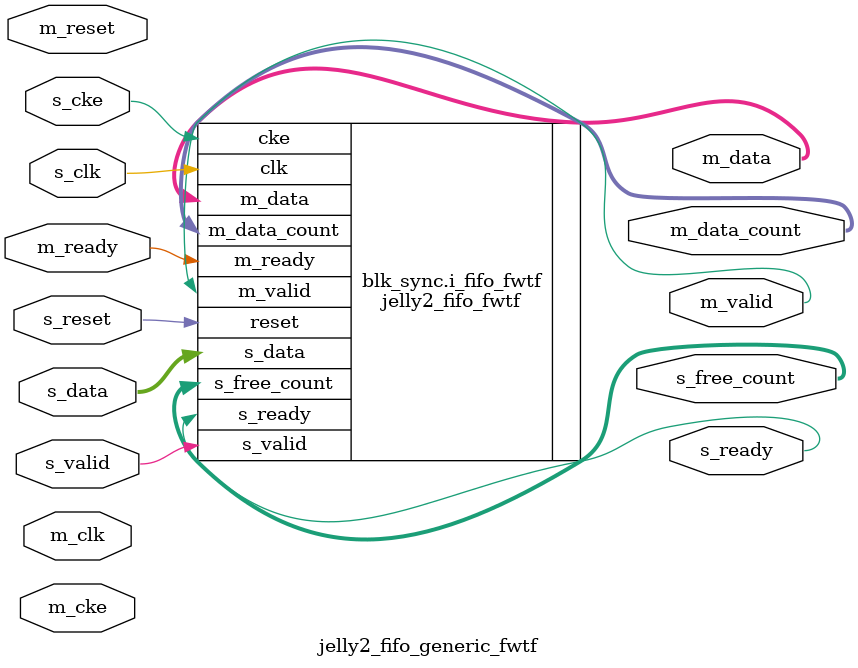
<source format=sv>



`timescale 1ns / 1ps
`default_nettype none



module jelly2_fifo_generic_fwtf
        #(
            parameter   bit     ASYNC       = 0,
            parameter   int     DATA_WIDTH  = 8,
            parameter   int     PTR_WIDTH   = 10,
            parameter   bit     DOUT_REGS   = 0,
            parameter           RAM_TYPE    = "block",
            parameter   bit     LOW_DEALY   = 0,
            parameter   bit     S_REGS      = 0,
            parameter   bit     M_REGS      = 1
        )
        (
            // slave port
            input   wire                        s_reset,
            input   wire                        s_clk,
            input   wire                        s_cke,
            input   wire    [DATA_WIDTH-1:0]    s_data,
            input   wire                        s_valid,
            output  wire                        s_ready,
            output  wire    [PTR_WIDTH:0]       s_free_count,
            
            // master port
            input   wire                        m_reset,
            input   wire                        m_clk,
            input   wire                        m_cke,
            output  wire    [DATA_WIDTH-1:0]    m_data,
            output  wire                        m_valid,
            input   wire                        m_ready,
            output  wire    [PTR_WIDTH:0]       m_data_count
        );
    
    
    generate
    if ( ASYNC ) begin : blk_async
        jelly2_fifo_async_fwtf
                #(
                    .DATA_WIDTH     (DATA_WIDTH),
                    .PTR_WIDTH      (PTR_WIDTH == 0 ? 1 : PTR_WIDTH),
                    .DOUT_REGS      (DOUT_REGS),
                    .RAM_TYPE       (RAM_TYPE),
                    .S_REGS         (S_REGS),
                    .M_REGS         (M_REGS)
                )
            i_fifo_async_fwtf
                (
                    .s_reset        (s_reset),
                    .s_clk          (s_clk),
                    .s_cke          (s_cke),
                    .s_data         (s_data),
                    .s_valid        (s_valid),
                    .s_ready        (s_ready),
                    .s_free_count   (s_free_count),
                    
                    .m_reset        (m_reset),
                    .m_clk          (m_clk),
                    .m_cke          (m_cke),
                    .m_data         (m_data),
                    .m_valid        (m_valid),
                    .m_ready        (m_ready),
                    .m_data_count   (m_data_count)
                );
    end
    else begin : blk_sync
        jelly2_fifo_fwtf
                #(
                    .DATA_WIDTH     (DATA_WIDTH),
                    .PTR_WIDTH      (PTR_WIDTH),
                    .DOUT_REGS      (DOUT_REGS),
                    .RAM_TYPE       (RAM_TYPE),
                    .LOW_DEALY      (LOW_DEALY),
                    .S_REGS         (S_REGS),
                    .M_REGS         (M_REGS)
                )
            i_fifo_fwtf
                (
                    .reset          (s_reset),
                    .clk            (s_clk),
                    .cke            (s_cke),

                    .s_data         (s_data),
                    .s_valid        (s_valid),
                    .s_ready        (s_ready),
                    .s_free_count   (s_free_count),
                    
                    .m_data         (m_data),
                    .m_valid        (m_valid),
                    .m_ready        (m_ready),
                    .m_data_count   (m_data_count)
                );
    end
    endgenerate
    
endmodule


`default_nettype wire


// end of file

</source>
